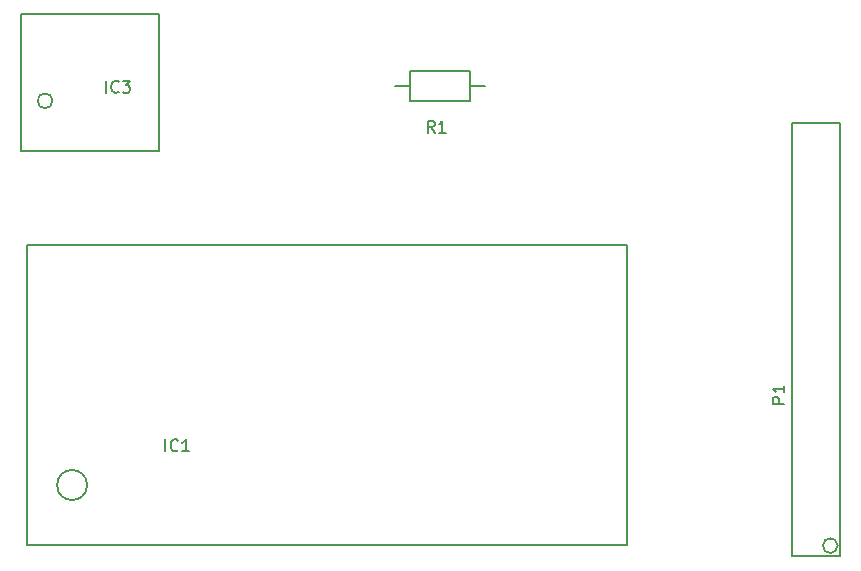
<source format=gto>
G04 #@! TF.FileFunction,Legend,Top*
%FSLAX46Y46*%
G04 Gerber Fmt 4.6, Leading zero omitted, Abs format (unit mm)*
G04 Created by KiCad (PCBNEW 4.0.0-rc2-stable) date 3/19/2016 11:55:38 AM*
%MOMM*%
G01*
G04 APERTURE LIST*
%ADD10C,0.600000*%
%ADD11C,0.150000*%
G04 APERTURE END LIST*
D10*
D11*
X154254200Y-133492240D02*
G75*
G03X154254200Y-133492240I-1270000J0D01*
G01*
X149174200Y-113172240D02*
X149174200Y-138572240D01*
X149174200Y-138572240D02*
X199974200Y-138572240D01*
X199974200Y-138572240D02*
X199974200Y-113172240D01*
X199974200Y-113172240D02*
X149174200Y-113172240D01*
X151333200Y-100965000D02*
G75*
G03X151333200Y-100965000I-635000J0D01*
G01*
X148698200Y-105251000D02*
X160318200Y-105251000D01*
X148698200Y-93599000D02*
X160318200Y-93599000D01*
X160318200Y-105251000D02*
X160318200Y-93631000D01*
X148698200Y-105251000D02*
X148698200Y-93631000D01*
X217805562Y-138620500D02*
G75*
G03X217805562Y-138620500I-625402J0D01*
G01*
X213925660Y-102871000D02*
X218021660Y-102871000D01*
X213925660Y-139541000D02*
X218021660Y-139541000D01*
X213925660Y-139541000D02*
X213925660Y-102871000D01*
X218021660Y-139541000D02*
X218021660Y-102871000D01*
X186639200Y-100965000D02*
X181559200Y-100965000D01*
X181559200Y-100965000D02*
X181559200Y-98425000D01*
X181559200Y-98425000D02*
X186639200Y-98425000D01*
X186639200Y-98425000D02*
X186639200Y-100965000D01*
X186639200Y-99695000D02*
X187909200Y-99695000D01*
X181559200Y-99695000D02*
X180289200Y-99695000D01*
X160898010Y-130634621D02*
X160898010Y-129634621D01*
X161945629Y-130539383D02*
X161898010Y-130587002D01*
X161755153Y-130634621D01*
X161659915Y-130634621D01*
X161517057Y-130587002D01*
X161421819Y-130491764D01*
X161374200Y-130396526D01*
X161326581Y-130206050D01*
X161326581Y-130063192D01*
X161374200Y-129872716D01*
X161421819Y-129777478D01*
X161517057Y-129682240D01*
X161659915Y-129634621D01*
X161755153Y-129634621D01*
X161898010Y-129682240D01*
X161945629Y-129729859D01*
X162898010Y-130634621D02*
X162326581Y-130634621D01*
X162612295Y-130634621D02*
X162612295Y-129634621D01*
X162517057Y-129777478D01*
X162421819Y-129872716D01*
X162326581Y-129920335D01*
X155881510Y-100274381D02*
X155881510Y-99274381D01*
X156929129Y-100179143D02*
X156881510Y-100226762D01*
X156738653Y-100274381D01*
X156643415Y-100274381D01*
X156500557Y-100226762D01*
X156405319Y-100131524D01*
X156357700Y-100036286D01*
X156310081Y-99845810D01*
X156310081Y-99702952D01*
X156357700Y-99512476D01*
X156405319Y-99417238D01*
X156500557Y-99322000D01*
X156643415Y-99274381D01*
X156738653Y-99274381D01*
X156881510Y-99322000D01*
X156929129Y-99369619D01*
X157262462Y-99274381D02*
X157881510Y-99274381D01*
X157548176Y-99655333D01*
X157691034Y-99655333D01*
X157786272Y-99702952D01*
X157833891Y-99750571D01*
X157881510Y-99845810D01*
X157881510Y-100083905D01*
X157833891Y-100179143D01*
X157786272Y-100226762D01*
X157691034Y-100274381D01*
X157405319Y-100274381D01*
X157310081Y-100226762D01*
X157262462Y-100179143D01*
X213299301Y-126600175D02*
X212299301Y-126600175D01*
X212299301Y-126219222D01*
X212346920Y-126123984D01*
X212394539Y-126076365D01*
X212489777Y-126028746D01*
X212632634Y-126028746D01*
X212727872Y-126076365D01*
X212775491Y-126123984D01*
X212823110Y-126219222D01*
X212823110Y-126600175D01*
X213299301Y-125076365D02*
X213299301Y-125647794D01*
X213299301Y-125362080D02*
X212299301Y-125362080D01*
X212442158Y-125457318D01*
X212537396Y-125552556D01*
X212585015Y-125647794D01*
X183683614Y-103647501D02*
X183350280Y-103171310D01*
X183112185Y-103647501D02*
X183112185Y-102647501D01*
X183493138Y-102647501D01*
X183588376Y-102695120D01*
X183635995Y-102742739D01*
X183683614Y-102837977D01*
X183683614Y-102980834D01*
X183635995Y-103076072D01*
X183588376Y-103123691D01*
X183493138Y-103171310D01*
X183112185Y-103171310D01*
X184635995Y-103647501D02*
X184064566Y-103647501D01*
X184350280Y-103647501D02*
X184350280Y-102647501D01*
X184255042Y-102790358D01*
X184159804Y-102885596D01*
X184064566Y-102933215D01*
M02*

</source>
